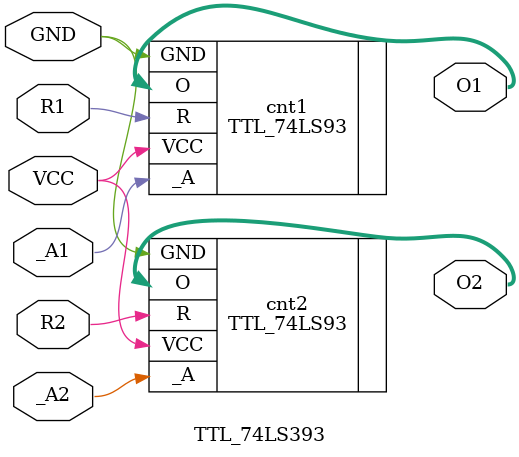
<source format=v>
/*
 * Copyright (C) 2010, Jason S. McMullan. All rights reserved.
 * Author: Jason S. McMullan <jason.mcmullan@gmail.com>
 *
 * This program is free software; you can redistribute it and/or
 * modify it under the terms of the GNU General Public License
 * as published by the Free Software Foundation; either version 2
 * of the License, or (at your option) any later version.
 *
 * This program is distributed in the hope that it will be useful,
 * but WITHOUT ANY WARRANTY; without even the implied warranty of
 * MERCHANTABILITY or FITNESS FOR A PARTICULAR PURPOSE.  See the
 * GNU General Public License for more details.
 *
 * You should have received a copy of the GNU General Public License
 * along with this program; if not, write to the Free Software
 * Foundation, Inc., 51 Franklin Street, Fifth Floor,
 * Boston, MA 02110-1301, USA.
 *
 */

module TTL_74LS393 (
	input	_A1,
	input	R1,
	output	[3:0] O1,

	input	_A2,
	input	R2,
	output	[3:0] O2,

	input	VCC,
	input	GND
);

TTL_74LS93 cnt1 (
	._A(_A1),
	.R(R1),
	.O(O1),
	.VCC(VCC),
	.GND(GND)
);

TTL_74LS93 cnt2 (
	._A(_A2),
	.R(R2),
	.O(O2),
	.VCC(VCC),
	.GND(GND)
);

endmodule

</source>
